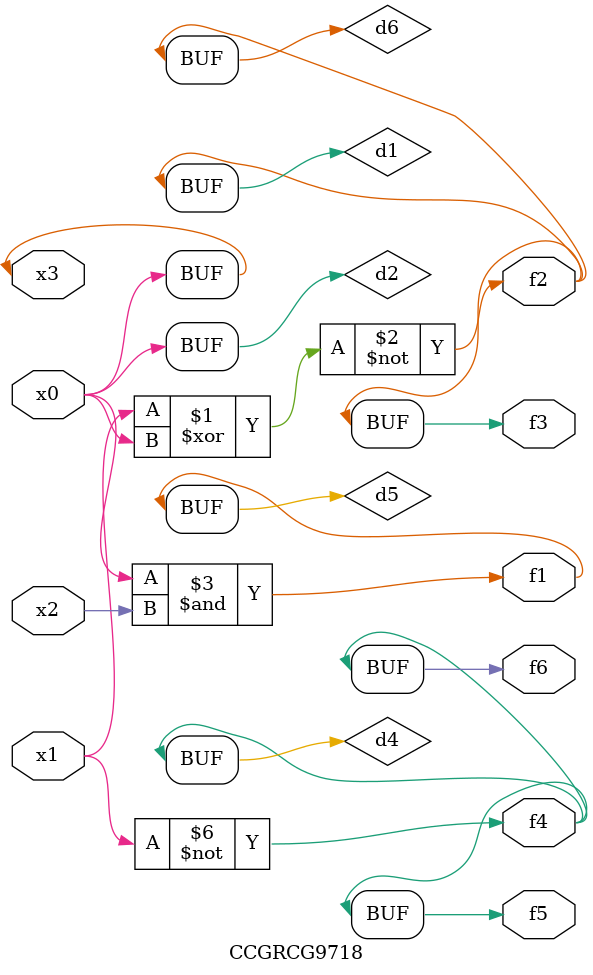
<source format=v>
module CCGRCG9718(
	input x0, x1, x2, x3,
	output f1, f2, f3, f4, f5, f6
);

	wire d1, d2, d3, d4, d5, d6;

	xnor (d1, x1, x3);
	buf (d2, x0, x3);
	nand (d3, x0, x2);
	not (d4, x1);
	nand (d5, d3);
	or (d6, d1);
	assign f1 = d5;
	assign f2 = d6;
	assign f3 = d6;
	assign f4 = d4;
	assign f5 = d4;
	assign f6 = d4;
endmodule

</source>
